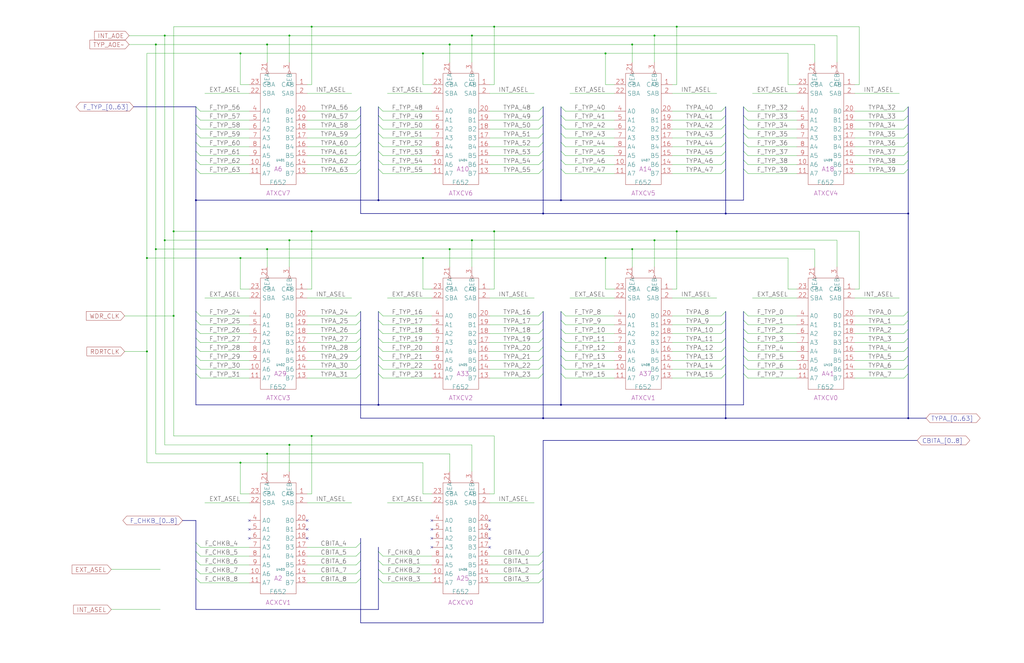
<source format=kicad_sch>
(kicad_sch (version 20220126) (generator eeschema)
  (paper "User" 584.2 378.46)
  (title_block (title "AXCVR\\nTYPE AND CHECKBITS") (date "08-MAR-90") (rev "0.0") (comment 1 "MEM32 BOARD") (comment 2 "232-003066") (comment 3 "S400") (comment 4 "RELEASED"))
  (bus (pts (xy 104.14 297.18) (xy 111.76 297.18)))
  (bus (pts (xy 111.76 114.3) (xy 111.76 177.8)))
  (bus (pts (xy 111.76 114.3) (xy 215.9 114.3)))
  (bus (pts (xy 111.76 177.8) (xy 111.76 182.88)))
  (bus (pts (xy 111.76 182.88) (xy 111.76 187.96)))
  (bus (pts (xy 111.76 187.96) (xy 111.76 193.04)))
  (bus (pts (xy 111.76 193.04) (xy 111.76 198.12)))
  (bus (pts (xy 111.76 198.12) (xy 111.76 203.2)))
  (bus (pts (xy 111.76 203.2) (xy 111.76 208.28)))
  (bus (pts (xy 111.76 208.28) (xy 111.76 213.36)))
  (bus (pts (xy 111.76 213.36) (xy 111.76 231.14)))
  (bus (pts (xy 111.76 297.18) (xy 111.76 309.88)))
  (bus (pts (xy 111.76 309.88) (xy 111.76 314.96)))
  (bus (pts (xy 111.76 314.96) (xy 111.76 320.04)))
  (bus (pts (xy 111.76 320.04) (xy 111.76 325.12)))
  (bus (pts (xy 111.76 325.12) (xy 111.76 330.2)))
  (bus (pts (xy 111.76 330.2) (xy 111.76 347.98)))
  (bus (pts (xy 111.76 347.98) (xy 215.9 347.98)))
  (bus (pts (xy 111.76 60.96) (xy 111.76 66.04)))
  (bus (pts (xy 111.76 66.04) (xy 111.76 71.12)))
  (bus (pts (xy 111.76 71.12) (xy 111.76 76.2)))
  (bus (pts (xy 111.76 76.2) (xy 111.76 81.28)))
  (bus (pts (xy 111.76 81.28) (xy 111.76 86.36)))
  (bus (pts (xy 111.76 86.36) (xy 111.76 91.44)))
  (bus (pts (xy 111.76 91.44) (xy 111.76 96.52)))
  (bus (pts (xy 111.76 96.52) (xy 111.76 114.3)))
  (bus (pts (xy 205.74 121.92) (xy 309.88 121.92)))
  (bus (pts (xy 205.74 177.8) (xy 205.74 182.88)))
  (bus (pts (xy 205.74 182.88) (xy 205.74 187.96)))
  (bus (pts (xy 205.74 187.96) (xy 205.74 193.04)))
  (bus (pts (xy 205.74 193.04) (xy 205.74 198.12)))
  (bus (pts (xy 205.74 198.12) (xy 205.74 203.2)))
  (bus (pts (xy 205.74 203.2) (xy 205.74 208.28)))
  (bus (pts (xy 205.74 208.28) (xy 205.74 213.36)))
  (bus (pts (xy 205.74 213.36) (xy 205.74 238.76)))
  (bus (pts (xy 205.74 238.76) (xy 309.88 238.76)))
  (bus (pts (xy 205.74 307.34) (xy 205.74 309.88)))
  (bus (pts (xy 205.74 309.88) (xy 205.74 314.96)))
  (bus (pts (xy 205.74 314.96) (xy 205.74 320.04)))
  (bus (pts (xy 205.74 320.04) (xy 205.74 325.12)))
  (bus (pts (xy 205.74 325.12) (xy 205.74 330.2)))
  (bus (pts (xy 205.74 330.2) (xy 205.74 355.6)))
  (bus (pts (xy 205.74 355.6) (xy 309.88 355.6)))
  (bus (pts (xy 205.74 60.96) (xy 205.74 66.04)))
  (bus (pts (xy 205.74 66.04) (xy 205.74 71.12)))
  (bus (pts (xy 205.74 71.12) (xy 205.74 76.2)))
  (bus (pts (xy 205.74 76.2) (xy 205.74 81.28)))
  (bus (pts (xy 205.74 81.28) (xy 205.74 86.36)))
  (bus (pts (xy 205.74 86.36) (xy 205.74 91.44)))
  (bus (pts (xy 205.74 91.44) (xy 205.74 96.52)))
  (bus (pts (xy 205.74 96.52) (xy 205.74 121.92)))
  (bus (pts (xy 215.9 114.3) (xy 320.04 114.3)))
  (bus (pts (xy 215.9 177.8) (xy 215.9 182.88)))
  (bus (pts (xy 215.9 182.88) (xy 215.9 187.96)))
  (bus (pts (xy 215.9 187.96) (xy 215.9 193.04)))
  (bus (pts (xy 215.9 193.04) (xy 215.9 198.12)))
  (bus (pts (xy 215.9 198.12) (xy 215.9 203.2)))
  (bus (pts (xy 215.9 203.2) (xy 215.9 208.28)))
  (bus (pts (xy 215.9 208.28) (xy 215.9 213.36)))
  (bus (pts (xy 215.9 213.36) (xy 215.9 231.14)))
  (bus (pts (xy 215.9 231.14) (xy 111.76 231.14)))
  (bus (pts (xy 215.9 312.42) (xy 215.9 314.96)))
  (bus (pts (xy 215.9 314.96) (xy 215.9 320.04)))
  (bus (pts (xy 215.9 320.04) (xy 215.9 325.12)))
  (bus (pts (xy 215.9 325.12) (xy 215.9 330.2)))
  (bus (pts (xy 215.9 330.2) (xy 215.9 347.98)))
  (bus (pts (xy 215.9 60.96) (xy 215.9 66.04)))
  (bus (pts (xy 215.9 66.04) (xy 215.9 71.12)))
  (bus (pts (xy 215.9 71.12) (xy 215.9 76.2)))
  (bus (pts (xy 215.9 76.2) (xy 215.9 81.28)))
  (bus (pts (xy 215.9 81.28) (xy 215.9 86.36)))
  (bus (pts (xy 215.9 86.36) (xy 215.9 91.44)))
  (bus (pts (xy 215.9 91.44) (xy 215.9 96.52)))
  (bus (pts (xy 215.9 96.52) (xy 215.9 114.3)))
  (bus (pts (xy 309.88 121.92) (xy 414.02 121.92)))
  (bus (pts (xy 309.88 177.8) (xy 309.88 182.88)))
  (bus (pts (xy 309.88 182.88) (xy 309.88 187.96)))
  (bus (pts (xy 309.88 187.96) (xy 309.88 193.04)))
  (bus (pts (xy 309.88 193.04) (xy 309.88 198.12)))
  (bus (pts (xy 309.88 198.12) (xy 309.88 203.2)))
  (bus (pts (xy 309.88 203.2) (xy 309.88 208.28)))
  (bus (pts (xy 309.88 208.28) (xy 309.88 213.36)))
  (bus (pts (xy 309.88 213.36) (xy 309.88 238.76)))
  (bus (pts (xy 309.88 238.76) (xy 414.02 238.76)))
  (bus (pts (xy 309.88 251.46) (xy 309.88 314.96)))
  (bus (pts (xy 309.88 251.46) (xy 523.24 251.46)))
  (bus (pts (xy 309.88 314.96) (xy 309.88 320.04)))
  (bus (pts (xy 309.88 320.04) (xy 309.88 325.12)))
  (bus (pts (xy 309.88 325.12) (xy 309.88 330.2)))
  (bus (pts (xy 309.88 330.2) (xy 309.88 355.6)))
  (bus (pts (xy 309.88 60.96) (xy 309.88 66.04)))
  (bus (pts (xy 309.88 66.04) (xy 309.88 71.12)))
  (bus (pts (xy 309.88 71.12) (xy 309.88 76.2)))
  (bus (pts (xy 309.88 76.2) (xy 309.88 81.28)))
  (bus (pts (xy 309.88 81.28) (xy 309.88 86.36)))
  (bus (pts (xy 309.88 86.36) (xy 309.88 91.44)))
  (bus (pts (xy 309.88 91.44) (xy 309.88 96.52)))
  (bus (pts (xy 309.88 96.52) (xy 309.88 121.92)))
  (bus (pts (xy 320.04 114.3) (xy 424.18 114.3)))
  (bus (pts (xy 320.04 177.8) (xy 320.04 182.88)))
  (bus (pts (xy 320.04 182.88) (xy 320.04 187.96)))
  (bus (pts (xy 320.04 187.96) (xy 320.04 193.04)))
  (bus (pts (xy 320.04 193.04) (xy 320.04 198.12)))
  (bus (pts (xy 320.04 198.12) (xy 320.04 203.2)))
  (bus (pts (xy 320.04 203.2) (xy 320.04 208.28)))
  (bus (pts (xy 320.04 208.28) (xy 320.04 213.36)))
  (bus (pts (xy 320.04 213.36) (xy 320.04 231.14)))
  (bus (pts (xy 320.04 231.14) (xy 215.9 231.14)))
  (bus (pts (xy 320.04 60.96) (xy 320.04 66.04)))
  (bus (pts (xy 320.04 66.04) (xy 320.04 71.12)))
  (bus (pts (xy 320.04 71.12) (xy 320.04 76.2)))
  (bus (pts (xy 320.04 76.2) (xy 320.04 81.28)))
  (bus (pts (xy 320.04 81.28) (xy 320.04 86.36)))
  (bus (pts (xy 320.04 86.36) (xy 320.04 91.44)))
  (bus (pts (xy 320.04 91.44) (xy 320.04 96.52)))
  (bus (pts (xy 320.04 96.52) (xy 320.04 114.3)))
  (bus (pts (xy 414.02 121.92) (xy 518.16 121.92)))
  (bus (pts (xy 414.02 177.8) (xy 414.02 182.88)))
  (bus (pts (xy 414.02 182.88) (xy 414.02 187.96)))
  (bus (pts (xy 414.02 187.96) (xy 414.02 193.04)))
  (bus (pts (xy 414.02 193.04) (xy 414.02 198.12)))
  (bus (pts (xy 414.02 198.12) (xy 414.02 203.2)))
  (bus (pts (xy 414.02 203.2) (xy 414.02 208.28)))
  (bus (pts (xy 414.02 208.28) (xy 414.02 213.36)))
  (bus (pts (xy 414.02 213.36) (xy 414.02 238.76)))
  (bus (pts (xy 414.02 238.76) (xy 518.16 238.76)))
  (bus (pts (xy 414.02 60.96) (xy 414.02 66.04)))
  (bus (pts (xy 414.02 66.04) (xy 414.02 71.12)))
  (bus (pts (xy 414.02 71.12) (xy 414.02 76.2)))
  (bus (pts (xy 414.02 76.2) (xy 414.02 81.28)))
  (bus (pts (xy 414.02 81.28) (xy 414.02 86.36)))
  (bus (pts (xy 414.02 86.36) (xy 414.02 91.44)))
  (bus (pts (xy 414.02 91.44) (xy 414.02 96.52)))
  (bus (pts (xy 414.02 96.52) (xy 414.02 121.92)))
  (bus (pts (xy 424.18 177.8) (xy 424.18 182.88)))
  (bus (pts (xy 424.18 182.88) (xy 424.18 187.96)))
  (bus (pts (xy 424.18 187.96) (xy 424.18 193.04)))
  (bus (pts (xy 424.18 193.04) (xy 424.18 198.12)))
  (bus (pts (xy 424.18 198.12) (xy 424.18 203.2)))
  (bus (pts (xy 424.18 203.2) (xy 424.18 208.28)))
  (bus (pts (xy 424.18 208.28) (xy 424.18 213.36)))
  (bus (pts (xy 424.18 213.36) (xy 424.18 231.14)))
  (bus (pts (xy 424.18 231.14) (xy 320.04 231.14)))
  (bus (pts (xy 424.18 60.96) (xy 424.18 66.04)))
  (bus (pts (xy 424.18 66.04) (xy 424.18 71.12)))
  (bus (pts (xy 424.18 71.12) (xy 424.18 76.2)))
  (bus (pts (xy 424.18 76.2) (xy 424.18 81.28)))
  (bus (pts (xy 424.18 81.28) (xy 424.18 86.36)))
  (bus (pts (xy 424.18 86.36) (xy 424.18 91.44)))
  (bus (pts (xy 424.18 91.44) (xy 424.18 96.52)))
  (bus (pts (xy 424.18 96.52) (xy 424.18 114.3)))
  (bus (pts (xy 518.16 121.92) (xy 518.16 177.8)))
  (bus (pts (xy 518.16 177.8) (xy 518.16 182.88)))
  (bus (pts (xy 518.16 182.88) (xy 518.16 187.96)))
  (bus (pts (xy 518.16 187.96) (xy 518.16 193.04)))
  (bus (pts (xy 518.16 193.04) (xy 518.16 198.12)))
  (bus (pts (xy 518.16 198.12) (xy 518.16 203.2)))
  (bus (pts (xy 518.16 203.2) (xy 518.16 208.28)))
  (bus (pts (xy 518.16 208.28) (xy 518.16 213.36)))
  (bus (pts (xy 518.16 213.36) (xy 518.16 238.76)))
  (bus (pts (xy 518.16 238.76) (xy 528.32 238.76)))
  (bus (pts (xy 518.16 60.96) (xy 518.16 66.04)))
  (bus (pts (xy 518.16 66.04) (xy 518.16 71.12)))
  (bus (pts (xy 518.16 71.12) (xy 518.16 76.2)))
  (bus (pts (xy 518.16 76.2) (xy 518.16 81.28)))
  (bus (pts (xy 518.16 81.28) (xy 518.16 86.36)))
  (bus (pts (xy 518.16 86.36) (xy 518.16 91.44)))
  (bus (pts (xy 518.16 91.44) (xy 518.16 96.52)))
  (bus (pts (xy 518.16 96.52) (xy 518.16 121.92)))
  (bus (pts (xy 76.2 60.96) (xy 111.76 60.96)))
  (wire (pts (xy 114.3 180.34) (xy 142.24 180.34)))
  (wire (pts (xy 114.3 185.42) (xy 142.24 185.42)))
  (wire (pts (xy 114.3 190.5) (xy 142.24 190.5)))
  (wire (pts (xy 114.3 195.58) (xy 142.24 195.58)))
  (wire (pts (xy 114.3 200.66) (xy 142.24 200.66)))
  (wire (pts (xy 114.3 205.74) (xy 142.24 205.74)))
  (wire (pts (xy 114.3 210.82) (xy 142.24 210.82)))
  (wire (pts (xy 114.3 215.9) (xy 142.24 215.9)))
  (wire (pts (xy 114.3 312.42) (xy 142.24 312.42)))
  (wire (pts (xy 114.3 317.5) (xy 142.24 317.5)))
  (wire (pts (xy 114.3 322.58) (xy 142.24 322.58)))
  (wire (pts (xy 114.3 327.66) (xy 142.24 327.66)))
  (wire (pts (xy 114.3 332.74) (xy 142.24 332.74)))
  (wire (pts (xy 114.3 63.5) (xy 142.24 63.5)))
  (wire (pts (xy 114.3 68.58) (xy 142.24 68.58)))
  (wire (pts (xy 114.3 73.66) (xy 142.24 73.66)))
  (wire (pts (xy 114.3 78.74) (xy 142.24 78.74)))
  (wire (pts (xy 114.3 83.82) (xy 142.24 83.82)))
  (wire (pts (xy 114.3 88.9) (xy 142.24 88.9)))
  (wire (pts (xy 114.3 93.98) (xy 142.24 93.98)))
  (wire (pts (xy 114.3 99.06) (xy 142.24 99.06)))
  (wire (pts (xy 116.84 170.18) (xy 142.24 170.18)))
  (wire (pts (xy 116.84 287.02) (xy 142.24 287.02)))
  (wire (pts (xy 116.84 53.34) (xy 142.24 53.34)))
  (wire (pts (xy 137.16 147.32) (xy 137.16 165.1)))
  (wire (pts (xy 137.16 147.32) (xy 241.3 147.32)))
  (wire (pts (xy 137.16 264.16) (xy 137.16 281.94)))
  (wire (pts (xy 137.16 264.16) (xy 241.3 264.16)))
  (wire (pts (xy 137.16 30.48) (xy 137.16 48.26)))
  (wire (pts (xy 137.16 30.48) (xy 83.82 30.48)))
  (wire (pts (xy 142.24 165.1) (xy 137.16 165.1)))
  (wire (pts (xy 142.24 281.94) (xy 137.16 281.94)))
  (wire (pts (xy 142.24 48.26) (xy 137.16 48.26)))
  (wire (pts (xy 152.4 142.24) (xy 152.4 152.4)))
  (wire (pts (xy 152.4 142.24) (xy 256.54 142.24)))
  (wire (pts (xy 152.4 25.4) (xy 152.4 35.56)))
  (wire (pts (xy 152.4 25.4) (xy 256.54 25.4)))
  (wire (pts (xy 152.4 259.08) (xy 152.4 269.24)))
  (wire (pts (xy 152.4 259.08) (xy 88.9 259.08)))
  (wire (pts (xy 165.1 137.16) (xy 165.1 152.4)))
  (wire (pts (xy 165.1 137.16) (xy 269.24 137.16)))
  (wire (pts (xy 165.1 20.32) (xy 165.1 35.56)))
  (wire (pts (xy 165.1 20.32) (xy 93.98 20.32)))
  (wire (pts (xy 165.1 254) (xy 165.1 269.24)))
  (wire (pts (xy 165.1 254) (xy 269.24 254)))
  (wire (pts (xy 175.26 165.1) (xy 177.8 165.1)))
  (wire (pts (xy 175.26 170.18) (xy 200.66 170.18)))
  (wire (pts (xy 175.26 180.34) (xy 203.2 180.34)))
  (wire (pts (xy 175.26 185.42) (xy 203.2 185.42)))
  (wire (pts (xy 175.26 190.5) (xy 203.2 190.5)))
  (wire (pts (xy 175.26 195.58) (xy 203.2 195.58)))
  (wire (pts (xy 175.26 200.66) (xy 203.2 200.66)))
  (wire (pts (xy 175.26 205.74) (xy 203.2 205.74)))
  (wire (pts (xy 175.26 210.82) (xy 203.2 210.82)))
  (wire (pts (xy 175.26 215.9) (xy 203.2 215.9)))
  (wire (pts (xy 175.26 281.94) (xy 177.8 281.94)))
  (wire (pts (xy 175.26 287.02) (xy 200.66 287.02)))
  (wire (pts (xy 175.26 312.42) (xy 203.2 312.42)))
  (wire (pts (xy 175.26 317.5) (xy 203.2 317.5)))
  (wire (pts (xy 175.26 322.58) (xy 203.2 322.58)))
  (wire (pts (xy 175.26 327.66) (xy 203.2 327.66)))
  (wire (pts (xy 175.26 332.74) (xy 203.2 332.74)))
  (wire (pts (xy 175.26 48.26) (xy 177.8 48.26)))
  (wire (pts (xy 175.26 53.34) (xy 200.66 53.34)))
  (wire (pts (xy 175.26 63.5) (xy 203.2 63.5)))
  (wire (pts (xy 175.26 68.58) (xy 203.2 68.58)))
  (wire (pts (xy 175.26 73.66) (xy 203.2 73.66)))
  (wire (pts (xy 175.26 78.74) (xy 203.2 78.74)))
  (wire (pts (xy 175.26 83.82) (xy 203.2 83.82)))
  (wire (pts (xy 175.26 88.9) (xy 203.2 88.9)))
  (wire (pts (xy 175.26 93.98) (xy 203.2 93.98)))
  (wire (pts (xy 175.26 99.06) (xy 203.2 99.06)))
  (wire (pts (xy 177.8 132.08) (xy 177.8 165.1)))
  (wire (pts (xy 177.8 132.08) (xy 281.94 132.08)))
  (wire (pts (xy 177.8 15.24) (xy 177.8 48.26)))
  (wire (pts (xy 177.8 15.24) (xy 281.94 15.24)))
  (wire (pts (xy 177.8 248.92) (xy 177.8 281.94)))
  (wire (pts (xy 177.8 248.92) (xy 99.06 248.92)))
  (wire (pts (xy 218.44 180.34) (xy 246.38 180.34)))
  (wire (pts (xy 218.44 185.42) (xy 246.38 185.42)))
  (wire (pts (xy 218.44 190.5) (xy 246.38 190.5)))
  (wire (pts (xy 218.44 195.58) (xy 246.38 195.58)))
  (wire (pts (xy 218.44 200.66) (xy 246.38 200.66)))
  (wire (pts (xy 218.44 205.74) (xy 246.38 205.74)))
  (wire (pts (xy 218.44 210.82) (xy 246.38 210.82)))
  (wire (pts (xy 218.44 215.9) (xy 246.38 215.9)))
  (wire (pts (xy 218.44 317.5) (xy 246.38 317.5)))
  (wire (pts (xy 218.44 322.58) (xy 246.38 322.58)))
  (wire (pts (xy 218.44 327.66) (xy 246.38 327.66)))
  (wire (pts (xy 218.44 332.74) (xy 246.38 332.74)))
  (wire (pts (xy 218.44 63.5) (xy 246.38 63.5)))
  (wire (pts (xy 218.44 68.58) (xy 246.38 68.58)))
  (wire (pts (xy 218.44 73.66) (xy 246.38 73.66)))
  (wire (pts (xy 218.44 78.74) (xy 246.38 78.74)))
  (wire (pts (xy 218.44 83.82) (xy 246.38 83.82)))
  (wire (pts (xy 218.44 88.9) (xy 246.38 88.9)))
  (wire (pts (xy 218.44 93.98) (xy 246.38 93.98)))
  (wire (pts (xy 218.44 99.06) (xy 246.38 99.06)))
  (wire (pts (xy 220.98 170.18) (xy 246.38 170.18)))
  (wire (pts (xy 220.98 287.02) (xy 246.38 287.02)))
  (wire (pts (xy 220.98 53.34) (xy 246.38 53.34)))
  (wire (pts (xy 241.3 147.32) (xy 241.3 165.1)))
  (wire (pts (xy 241.3 147.32) (xy 345.44 147.32)))
  (wire (pts (xy 241.3 264.16) (xy 241.3 281.94)))
  (wire (pts (xy 241.3 30.48) (xy 137.16 30.48)))
  (wire (pts (xy 241.3 30.48) (xy 241.3 48.26)))
  (wire (pts (xy 246.38 165.1) (xy 241.3 165.1)))
  (wire (pts (xy 246.38 281.94) (xy 241.3 281.94)))
  (wire (pts (xy 246.38 48.26) (xy 241.3 48.26)))
  (wire (pts (xy 256.54 142.24) (xy 256.54 152.4)))
  (wire (pts (xy 256.54 142.24) (xy 360.68 142.24)))
  (wire (pts (xy 256.54 25.4) (xy 256.54 35.56)))
  (wire (pts (xy 256.54 25.4) (xy 360.68 25.4)))
  (wire (pts (xy 256.54 259.08) (xy 152.4 259.08)))
  (wire (pts (xy 256.54 259.08) (xy 256.54 269.24)))
  (wire (pts (xy 269.24 137.16) (xy 269.24 152.4)))
  (wire (pts (xy 269.24 137.16) (xy 373.38 137.16)))
  (wire (pts (xy 269.24 20.32) (xy 165.1 20.32)))
  (wire (pts (xy 269.24 20.32) (xy 269.24 35.56)))
  (wire (pts (xy 269.24 254) (xy 269.24 269.24)))
  (wire (pts (xy 279.4 165.1) (xy 281.94 165.1)))
  (wire (pts (xy 279.4 170.18) (xy 304.8 170.18)))
  (wire (pts (xy 279.4 180.34) (xy 307.34 180.34)))
  (wire (pts (xy 279.4 185.42) (xy 307.34 185.42)))
  (wire (pts (xy 279.4 190.5) (xy 307.34 190.5)))
  (wire (pts (xy 279.4 195.58) (xy 307.34 195.58)))
  (wire (pts (xy 279.4 200.66) (xy 307.34 200.66)))
  (wire (pts (xy 279.4 205.74) (xy 307.34 205.74)))
  (wire (pts (xy 279.4 210.82) (xy 307.34 210.82)))
  (wire (pts (xy 279.4 215.9) (xy 307.34 215.9)))
  (wire (pts (xy 279.4 281.94) (xy 281.94 281.94)))
  (wire (pts (xy 279.4 287.02) (xy 304.8 287.02)))
  (wire (pts (xy 279.4 317.5) (xy 307.34 317.5)))
  (wire (pts (xy 279.4 322.58) (xy 307.34 322.58)))
  (wire (pts (xy 279.4 327.66) (xy 307.34 327.66)))
  (wire (pts (xy 279.4 332.74) (xy 307.34 332.74)))
  (wire (pts (xy 279.4 48.26) (xy 281.94 48.26)))
  (wire (pts (xy 279.4 53.34) (xy 304.8 53.34)))
  (wire (pts (xy 279.4 63.5) (xy 307.34 63.5)))
  (wire (pts (xy 279.4 68.58) (xy 307.34 68.58)))
  (wire (pts (xy 279.4 73.66) (xy 307.34 73.66)))
  (wire (pts (xy 279.4 78.74) (xy 307.34 78.74)))
  (wire (pts (xy 279.4 83.82) (xy 307.34 83.82)))
  (wire (pts (xy 279.4 88.9) (xy 307.34 88.9)))
  (wire (pts (xy 279.4 93.98) (xy 307.34 93.98)))
  (wire (pts (xy 279.4 99.06) (xy 307.34 99.06)))
  (wire (pts (xy 281.94 132.08) (xy 281.94 165.1)))
  (wire (pts (xy 281.94 132.08) (xy 386.08 132.08)))
  (wire (pts (xy 281.94 15.24) (xy 281.94 48.26)))
  (wire (pts (xy 281.94 15.24) (xy 386.08 15.24)))
  (wire (pts (xy 281.94 248.92) (xy 177.8 248.92)))
  (wire (pts (xy 281.94 248.92) (xy 281.94 281.94)))
  (wire (pts (xy 322.58 180.34) (xy 350.52 180.34)))
  (wire (pts (xy 322.58 185.42) (xy 350.52 185.42)))
  (wire (pts (xy 322.58 190.5) (xy 350.52 190.5)))
  (wire (pts (xy 322.58 195.58) (xy 350.52 195.58)))
  (wire (pts (xy 322.58 200.66) (xy 350.52 200.66)))
  (wire (pts (xy 322.58 205.74) (xy 350.52 205.74)))
  (wire (pts (xy 322.58 210.82) (xy 350.52 210.82)))
  (wire (pts (xy 322.58 215.9) (xy 350.52 215.9)))
  (wire (pts (xy 322.58 63.5) (xy 350.52 63.5)))
  (wire (pts (xy 322.58 68.58) (xy 350.52 68.58)))
  (wire (pts (xy 322.58 73.66) (xy 350.52 73.66)))
  (wire (pts (xy 322.58 78.74) (xy 350.52 78.74)))
  (wire (pts (xy 322.58 83.82) (xy 350.52 83.82)))
  (wire (pts (xy 322.58 88.9) (xy 350.52 88.9)))
  (wire (pts (xy 322.58 93.98) (xy 350.52 93.98)))
  (wire (pts (xy 322.58 99.06) (xy 350.52 99.06)))
  (wire (pts (xy 325.12 170.18) (xy 350.52 170.18)))
  (wire (pts (xy 325.12 53.34) (xy 350.52 53.34)))
  (wire (pts (xy 345.44 147.32) (xy 345.44 165.1)))
  (wire (pts (xy 345.44 147.32) (xy 449.58 147.32)))
  (wire (pts (xy 345.44 30.48) (xy 241.3 30.48)))
  (wire (pts (xy 345.44 30.48) (xy 345.44 48.26)))
  (wire (pts (xy 350.52 165.1) (xy 345.44 165.1)))
  (wire (pts (xy 350.52 48.26) (xy 345.44 48.26)))
  (wire (pts (xy 360.68 142.24) (xy 360.68 152.4)))
  (wire (pts (xy 360.68 142.24) (xy 464.82 142.24)))
  (wire (pts (xy 360.68 25.4) (xy 360.68 35.56)))
  (wire (pts (xy 360.68 25.4) (xy 464.82 25.4)))
  (wire (pts (xy 373.38 137.16) (xy 373.38 152.4)))
  (wire (pts (xy 373.38 137.16) (xy 477.52 137.16)))
  (wire (pts (xy 373.38 20.32) (xy 269.24 20.32)))
  (wire (pts (xy 373.38 20.32) (xy 373.38 35.56)))
  (wire (pts (xy 383.54 165.1) (xy 386.08 165.1)))
  (wire (pts (xy 383.54 170.18) (xy 408.94 170.18)))
  (wire (pts (xy 383.54 180.34) (xy 411.48 180.34)))
  (wire (pts (xy 383.54 185.42) (xy 411.48 185.42)))
  (wire (pts (xy 383.54 190.5) (xy 411.48 190.5)))
  (wire (pts (xy 383.54 195.58) (xy 411.48 195.58)))
  (wire (pts (xy 383.54 200.66) (xy 411.48 200.66)))
  (wire (pts (xy 383.54 205.74) (xy 411.48 205.74)))
  (wire (pts (xy 383.54 210.82) (xy 411.48 210.82)))
  (wire (pts (xy 383.54 215.9) (xy 411.48 215.9)))
  (wire (pts (xy 383.54 48.26) (xy 386.08 48.26)))
  (wire (pts (xy 383.54 53.34) (xy 408.94 53.34)))
  (wire (pts (xy 383.54 63.5) (xy 411.48 63.5)))
  (wire (pts (xy 383.54 68.58) (xy 411.48 68.58)))
  (wire (pts (xy 383.54 73.66) (xy 411.48 73.66)))
  (wire (pts (xy 383.54 78.74) (xy 411.48 78.74)))
  (wire (pts (xy 383.54 83.82) (xy 411.48 83.82)))
  (wire (pts (xy 383.54 88.9) (xy 411.48 88.9)))
  (wire (pts (xy 383.54 93.98) (xy 411.48 93.98)))
  (wire (pts (xy 383.54 99.06) (xy 411.48 99.06)))
  (wire (pts (xy 386.08 132.08) (xy 386.08 165.1)))
  (wire (pts (xy 386.08 132.08) (xy 490.22 132.08)))
  (wire (pts (xy 386.08 15.24) (xy 386.08 48.26)))
  (wire (pts (xy 386.08 15.24) (xy 490.22 15.24)))
  (wire (pts (xy 426.72 180.34) (xy 454.66 180.34)))
  (wire (pts (xy 426.72 185.42) (xy 454.66 185.42)))
  (wire (pts (xy 426.72 190.5) (xy 454.66 190.5)))
  (wire (pts (xy 426.72 195.58) (xy 454.66 195.58)))
  (wire (pts (xy 426.72 200.66) (xy 454.66 200.66)))
  (wire (pts (xy 426.72 205.74) (xy 454.66 205.74)))
  (wire (pts (xy 426.72 210.82) (xy 454.66 210.82)))
  (wire (pts (xy 426.72 215.9) (xy 454.66 215.9)))
  (wire (pts (xy 426.72 63.5) (xy 454.66 63.5)))
  (wire (pts (xy 426.72 68.58) (xy 454.66 68.58)))
  (wire (pts (xy 426.72 73.66) (xy 454.66 73.66)))
  (wire (pts (xy 426.72 78.74) (xy 454.66 78.74)))
  (wire (pts (xy 426.72 83.82) (xy 454.66 83.82)))
  (wire (pts (xy 426.72 88.9) (xy 454.66 88.9)))
  (wire (pts (xy 426.72 93.98) (xy 454.66 93.98)))
  (wire (pts (xy 426.72 99.06) (xy 454.66 99.06)))
  (wire (pts (xy 429.26 170.18) (xy 454.66 170.18)))
  (wire (pts (xy 429.26 53.34) (xy 454.66 53.34)))
  (wire (pts (xy 449.58 147.32) (xy 449.58 165.1)))
  (wire (pts (xy 449.58 30.48) (xy 345.44 30.48)))
  (wire (pts (xy 449.58 30.48) (xy 449.58 48.26)))
  (wire (pts (xy 454.66 165.1) (xy 449.58 165.1)))
  (wire (pts (xy 454.66 48.26) (xy 449.58 48.26)))
  (wire (pts (xy 464.82 142.24) (xy 464.82 152.4)))
  (wire (pts (xy 464.82 25.4) (xy 464.82 35.56)))
  (wire (pts (xy 477.52 137.16) (xy 477.52 152.4)))
  (wire (pts (xy 477.52 20.32) (xy 373.38 20.32)))
  (wire (pts (xy 477.52 20.32) (xy 477.52 35.56)))
  (wire (pts (xy 487.68 165.1) (xy 490.22 165.1)))
  (wire (pts (xy 487.68 170.18) (xy 513.08 170.18)))
  (wire (pts (xy 487.68 180.34) (xy 515.62 180.34)))
  (wire (pts (xy 487.68 185.42) (xy 515.62 185.42)))
  (wire (pts (xy 487.68 190.5) (xy 515.62 190.5)))
  (wire (pts (xy 487.68 195.58) (xy 515.62 195.58)))
  (wire (pts (xy 487.68 200.66) (xy 515.62 200.66)))
  (wire (pts (xy 487.68 205.74) (xy 515.62 205.74)))
  (wire (pts (xy 487.68 210.82) (xy 515.62 210.82)))
  (wire (pts (xy 487.68 215.9) (xy 515.62 215.9)))
  (wire (pts (xy 487.68 48.26) (xy 490.22 48.26)))
  (wire (pts (xy 487.68 53.34) (xy 513.08 53.34)))
  (wire (pts (xy 487.68 63.5) (xy 515.62 63.5)))
  (wire (pts (xy 487.68 68.58) (xy 515.62 68.58)))
  (wire (pts (xy 487.68 73.66) (xy 515.62 73.66)))
  (wire (pts (xy 487.68 78.74) (xy 515.62 78.74)))
  (wire (pts (xy 487.68 83.82) (xy 515.62 83.82)))
  (wire (pts (xy 487.68 88.9) (xy 515.62 88.9)))
  (wire (pts (xy 487.68 93.98) (xy 515.62 93.98)))
  (wire (pts (xy 487.68 99.06) (xy 515.62 99.06)))
  (wire (pts (xy 490.22 132.08) (xy 490.22 165.1)))
  (wire (pts (xy 490.22 15.24) (xy 490.22 48.26)))
  (wire (pts (xy 63.5 325.12) (xy 91.44 325.12)))
  (wire (pts (xy 63.5 347.98) (xy 91.44 347.98)))
  (wire (pts (xy 71.12 180.34) (xy 99.06 180.34)))
  (wire (pts (xy 71.12 200.66) (xy 83.82 200.66)))
  (wire (pts (xy 73.66 20.32) (xy 93.98 20.32)))
  (wire (pts (xy 73.66 25.4) (xy 88.9 25.4)))
  (wire (pts (xy 83.82 147.32) (xy 137.16 147.32)))
  (wire (pts (xy 83.82 147.32) (xy 83.82 200.66)))
  (wire (pts (xy 83.82 200.66) (xy 83.82 264.16)))
  (wire (pts (xy 83.82 264.16) (xy 137.16 264.16)))
  (wire (pts (xy 83.82 30.48) (xy 83.82 147.32)))
  (wire (pts (xy 88.9 142.24) (xy 152.4 142.24)))
  (wire (pts (xy 88.9 142.24) (xy 88.9 25.4)))
  (wire (pts (xy 88.9 25.4) (xy 152.4 25.4)))
  (wire (pts (xy 88.9 259.08) (xy 88.9 142.24)))
  (wire (pts (xy 93.98 137.16) (xy 165.1 137.16)))
  (wire (pts (xy 93.98 137.16) (xy 93.98 254)))
  (wire (pts (xy 93.98 20.32) (xy 93.98 137.16)))
  (wire (pts (xy 93.98 254) (xy 165.1 254)))
  (wire (pts (xy 99.06 132.08) (xy 177.8 132.08)))
  (wire (pts (xy 99.06 132.08) (xy 99.06 15.24)))
  (wire (pts (xy 99.06 15.24) (xy 177.8 15.24)))
  (wire (pts (xy 99.06 180.34) (xy 99.06 132.08)))
  (wire (pts (xy 99.06 248.92) (xy 99.06 180.34)))
  (global_label "EXT_ASEL" (shape input) (at 63.5 325.12 180) (effects (font (size 2.54 2.54))) (property "Intersheet References" "${INTERSHEET_REFS}" (at 41.1359 324.9613 0) (effects (font (size 2.54 2.54)) (justify right))))
  (global_label "INT_ASEL" (shape input) (at 63.5 347.98 180) (effects (font (size 2.54 2.54))) (property "Intersheet References" "${INTERSHEET_REFS}" (at 41.9826 347.8213 0) (effects (font (size 2.54 2.54)) (justify right))))
  (global_label "WDR_CLK" (shape input) (at 71.12 180.34 180) (effects (font (size 2.54 2.54))) (property "Intersheet References" "${INTERSHEET_REFS}" (at 47.0626 180.1813 0) (effects (font (size 2.54 2.54)) (justify right))))
  (global_label "RDRTCLK" (shape input) (at 71.12 200.66 180) (effects (font (size 2.54 2.54))) (property "Intersheet References" "${INTERSHEET_REFS}" (at 47.4254 200.5013 0) (effects (font (size 2.54 2.54)) (justify right))))
  (global_label "INT_AOE" (shape input) (at 73.66 20.32 180) (effects (font (size 2.54 2.54))) (property "Intersheet References" "${INTERSHEET_REFS}" (at 53.9569 20.1613 0) (effects (font (size 2.54 2.54)) (justify right))))
  (global_label "TYP_AOE~" (shape input) (at 73.66 25.4 180) (effects (font (size 2.54 2.54))) (property "Intersheet References" "${INTERSHEET_REFS}" (at 51.2959 25.2413 0) (effects (font (size 2.54 2.54)) (justify right))))
  (global_label "F_TYP_[0..63]" (shape bidirectional) (at 76.2 60.96 180) (effects (font (size 2.54 2.54))) (property "Intersheet References" "${INTERSHEET_REFS}" (at 45.6111 60.8013 0) (effects (font (size 2.54 2.54)) (justify right))))
  (junction (at 83.82 147.32))
  (junction (at 83.82 200.66))
  (junction (at 88.9 25.4))
  (junction (at 88.9 142.24))
  (junction (at 93.98 20.32))
  (junction (at 93.98 137.16))
  (junction (at 99.06 132.08))
  (junction (at 99.06 180.34))
  (global_label "F_CHKB_[0..8]" (shape bidirectional) (at 104.14 297.18 180) (effects (font (size 2.54 2.54))) (property "Intersheet References" "${INTERSHEET_REFS}" (at 72.3416 297.0213 0) (effects (font (size 2.54 2.54)) (justify right))))
  (bus_entry (at 111.76 60.96) (size 2.54 2.54))
  (bus_entry (at 111.76 66.04) (size 2.54 2.54))
  (bus_entry (at 111.76 71.12) (size 2.54 2.54))
  (bus_entry (at 111.76 76.2) (size 2.54 2.54))
  (bus_entry (at 111.76 81.28) (size 2.54 2.54))
  (bus_entry (at 111.76 86.36) (size 2.54 2.54))
  (bus_entry (at 111.76 91.44) (size 2.54 2.54))
  (bus_entry (at 111.76 96.52) (size 2.54 2.54))
  (junction (at 111.76 114.3))
  (bus_entry (at 111.76 177.8) (size 2.54 2.54))
  (bus_entry (at 111.76 182.88) (size 2.54 2.54))
  (bus_entry (at 111.76 187.96) (size 2.54 2.54))
  (bus_entry (at 111.76 193.04) (size 2.54 2.54))
  (bus_entry (at 111.76 198.12) (size 2.54 2.54))
  (bus_entry (at 111.76 203.2) (size 2.54 2.54))
  (bus_entry (at 111.76 208.28) (size 2.54 2.54))
  (bus_entry (at 111.76 213.36) (size 2.54 2.54))
  (bus_entry (at 111.76 309.88) (size 2.54 2.54))
  (bus_entry (at 111.76 314.96) (size 2.54 2.54))
  (bus_entry (at 111.76 320.04) (size 2.54 2.54))
  (bus_entry (at 111.76 325.12) (size 2.54 2.54))
  (bus_entry (at 111.76 330.2) (size 2.54 2.54))
  (label "F_CHKB_4" (at 116.84 312.42 0) (effects (font (size 2.54 2.54))))
  (label "F_CHKB_5" (at 116.84 317.5 0) (effects (font (size 2.54 2.54))))
  (label "F_CHKB_6" (at 116.84 322.58 0) (effects (font (size 2.54 2.54))))
  (label "F_CHKB_7" (at 116.84 327.66 0) (effects (font (size 2.54 2.54))))
  (label "F_CHKB_8" (at 116.84 332.74 0) (effects (font (size 2.54 2.54))))
  (label "EXT_ASEL" (at 119.38 53.34 0) (effects (font (size 2.54 2.54))))
  (label "F_TYP_56" (at 119.38 63.5 0) (effects (font (size 2.54 2.54))))
  (label "F_TYP_57" (at 119.38 68.58 0) (effects (font (size 2.54 2.54))))
  (label "F_TYP_58" (at 119.38 73.66 0) (effects (font (size 2.54 2.54))))
  (label "F_TYP_59" (at 119.38 78.74 0) (effects (font (size 2.54 2.54))))
  (label "F_TYP_60" (at 119.38 83.82 0) (effects (font (size 2.54 2.54))))
  (label "F_TYP_61" (at 119.38 88.9 0) (effects (font (size 2.54 2.54))))
  (label "F_TYP_62" (at 119.38 93.98 0) (effects (font (size 2.54 2.54))))
  (label "F_TYP_63" (at 119.38 99.06 0) (effects (font (size 2.54 2.54))))
  (label "EXT_ASEL" (at 119.38 170.18 0) (effects (font (size 2.54 2.54))))
  (label "F_TYP_24" (at 119.38 180.34 0) (effects (font (size 2.54 2.54))))
  (label "F_TYP_25" (at 119.38 185.42 0) (effects (font (size 2.54 2.54))))
  (label "F_TYP_26" (at 119.38 190.5 0) (effects (font (size 2.54 2.54))))
  (label "F_TYP_27" (at 119.38 195.58 0) (effects (font (size 2.54 2.54))))
  (label "F_TYP_28" (at 119.38 200.66 0) (effects (font (size 2.54 2.54))))
  (label "F_TYP_29" (at 119.38 205.74 0) (effects (font (size 2.54 2.54))))
  (label "F_TYP_30" (at 119.38 210.82 0) (effects (font (size 2.54 2.54))))
  (label "F_TYP_31" (at 119.38 215.9 0) (effects (font (size 2.54 2.54))))
  (label "EXT_ASEL" (at 119.38 287.02 0) (effects (font (size 2.54 2.54))))
  (junction (at 137.16 30.48))
  (junction (at 137.16 147.32))
  (junction (at 137.16 264.16))
  (no_connect (at 142.24 297.18))
  (no_connect (at 142.24 302.26))
  (no_connect (at 142.24 307.34))
  (junction (at 152.4 25.4))
  (junction (at 152.4 142.24))
  (junction (at 152.4 259.08))
  (symbol (lib_id "r1000:F652") (at 157.48 96.52 0) (unit 1)
    (property "Reference" "U401" (at 160.02 91.44 0))
    (property "Value" "F652" (at 153.67 104.14 0) (effects (font (size 2.54 2.54)) (justify left)))
    (property "Location" "A6" (at 156.21 96.52 0) (effects (font (size 2.54 2.54)) (justify left)))
    (property "Name" "ATXCV7" (at 158.75 111.76 0) (effects (font (size 2.54 2.54)) (justify bottom)))
  )
  (symbol (lib_id "r1000:F652") (at 157.48 213.36 0) (unit 1)
    (property "Reference" "U402" (at 160.02 208.28 0))
    (property "Value" "F652" (at 153.67 220.98 0) (effects (font (size 2.54 2.54)) (justify left)))
    (property "Location" "A29" (at 156.21 213.36 0) (effects (font (size 2.54 2.54)) (justify left)))
    (property "Name" "ATXCV3" (at 158.75 228.6 0) (effects (font (size 2.54 2.54)) (justify bottom)))
  )
  (symbol (lib_id "r1000:F652") (at 157.48 330.2 0) (unit 1)
    (property "Reference" "U403" (at 160.02 325.12 0))
    (property "Value" "F652" (at 153.67 337.82 0) (effects (font (size 2.54 2.54)) (justify left)))
    (property "Location" "A2" (at 156.21 330.2 0) (effects (font (size 2.54 2.54)) (justify left)))
    (property "Name" "ACXCV1" (at 158.75 345.44 0) (effects (font (size 2.54 2.54)) (justify bottom)))
  )
  (junction (at 165.1 20.32))
  (junction (at 165.1 137.16))
  (junction (at 165.1 254))
  (no_connect (at 175.26 297.18))
  (no_connect (at 175.26 302.26))
  (no_connect (at 175.26 307.34))
  (junction (at 177.8 15.24))
  (junction (at 177.8 132.08))
  (junction (at 177.8 248.92))
  (label "INT_ASEL" (at 180.34 53.34 0) (effects (font (size 2.54 2.54))))
  (label "INT_ASEL" (at 180.34 170.18 0) (effects (font (size 2.54 2.54))))
  (label "INT_ASEL" (at 180.34 287.02 0) (effects (font (size 2.54 2.54))))
  (label "TYPA_56" (at 182.88 63.5 0) (effects (font (size 2.54 2.54))))
  (label "TYPA_57" (at 182.88 68.58 0) (effects (font (size 2.54 2.54))))
  (label "TYPA_58" (at 182.88 73.66 0) (effects (font (size 2.54 2.54))))
  (label "TYPA_59" (at 182.88 78.74 0) (effects (font (size 2.54 2.54))))
  (label "TYPA_60" (at 182.88 83.82 0) (effects (font (size 2.54 2.54))))
  (label "TYPA_61" (at 182.88 88.9 0) (effects (font (size 2.54 2.54))))
  (label "TYPA_62" (at 182.88 93.98 0) (effects (font (size 2.54 2.54))))
  (label "TYPA_63" (at 182.88 99.06 0) (effects (font (size 2.54 2.54))))
  (label "TYPA_24" (at 182.88 180.34 0) (effects (font (size 2.54 2.54))))
  (label "TYPA_25" (at 182.88 185.42 0) (effects (font (size 2.54 2.54))))
  (label "TYPA_26" (at 182.88 190.5 0) (effects (font (size 2.54 2.54))))
  (label "TYPA_27" (at 182.88 195.58 0) (effects (font (size 2.54 2.54))))
  (label "TYPA_28" (at 182.88 200.66 0) (effects (font (size 2.54 2.54))))
  (label "TYPA_29" (at 182.88 205.74 0) (effects (font (size 2.54 2.54))))
  (label "TYPA_30" (at 182.88 210.82 0) (effects (font (size 2.54 2.54))))
  (label "TYPA_31" (at 182.88 215.9 0) (effects (font (size 2.54 2.54))))
  (label "CBITA_4" (at 182.88 312.42 0) (effects (font (size 2.54 2.54))))
  (label "CBITA_5" (at 182.88 317.5 0) (effects (font (size 2.54 2.54))))
  (label "CBITA_6" (at 182.88 322.58 0) (effects (font (size 2.54 2.54))))
  (label "CBITA_7" (at 182.88 327.66 0) (effects (font (size 2.54 2.54))))
  (label "CBITA_8" (at 182.88 332.74 0) (effects (font (size 2.54 2.54))))
  (bus_entry (at 205.74 60.96) (size -2.54 2.54))
  (bus_entry (at 205.74 66.04) (size -2.54 2.54))
  (bus_entry (at 205.74 71.12) (size -2.54 2.54))
  (bus_entry (at 205.74 76.2) (size -2.54 2.54))
  (bus_entry (at 205.74 81.28) (size -2.54 2.54))
  (bus_entry (at 205.74 86.36) (size -2.54 2.54))
  (bus_entry (at 205.74 91.44) (size -2.54 2.54))
  (bus_entry (at 205.74 96.52) (size -2.54 2.54))
  (bus_entry (at 205.74 177.8) (size -2.54 2.54))
  (bus_entry (at 205.74 182.88) (size -2.54 2.54))
  (bus_entry (at 205.74 187.96) (size -2.54 2.54))
  (bus_entry (at 205.74 193.04) (size -2.54 2.54))
  (bus_entry (at 205.74 198.12) (size -2.54 2.54))
  (bus_entry (at 205.74 203.2) (size -2.54 2.54))
  (bus_entry (at 205.74 208.28) (size -2.54 2.54))
  (bus_entry (at 205.74 213.36) (size -2.54 2.54))
  (bus_entry (at 205.74 309.88) (size -2.54 2.54))
  (bus_entry (at 205.74 314.96) (size -2.54 2.54))
  (bus_entry (at 205.74 320.04) (size -2.54 2.54))
  (bus_entry (at 205.74 325.12) (size -2.54 2.54))
  (bus_entry (at 205.74 330.2) (size -2.54 2.54))
  (bus_entry (at 215.9 60.96) (size 2.54 2.54))
  (bus_entry (at 215.9 66.04) (size 2.54 2.54))
  (bus_entry (at 215.9 71.12) (size 2.54 2.54))
  (bus_entry (at 215.9 76.2) (size 2.54 2.54))
  (bus_entry (at 215.9 81.28) (size 2.54 2.54))
  (bus_entry (at 215.9 86.36) (size 2.54 2.54))
  (bus_entry (at 215.9 91.44) (size 2.54 2.54))
  (bus_entry (at 215.9 96.52) (size 2.54 2.54))
  (junction (at 215.9 114.3))
  (bus_entry (at 215.9 177.8) (size 2.54 2.54))
  (bus_entry (at 215.9 182.88) (size 2.54 2.54))
  (bus_entry (at 215.9 187.96) (size 2.54 2.54))
  (bus_entry (at 215.9 193.04) (size 2.54 2.54))
  (bus_entry (at 215.9 198.12) (size 2.54 2.54))
  (bus_entry (at 215.9 203.2) (size 2.54 2.54))
  (bus_entry (at 215.9 208.28) (size 2.54 2.54))
  (bus_entry (at 215.9 213.36) (size 2.54 2.54))
  (junction (at 215.9 231.14))
  (bus_entry (at 215.9 314.96) (size 2.54 2.54))
  (bus_entry (at 215.9 320.04) (size 2.54 2.54))
  (bus_entry (at 215.9 325.12) (size 2.54 2.54))
  (bus_entry (at 215.9 330.2) (size 2.54 2.54))
  (label "F_CHKB_0" (at 220.98 317.5 0) (effects (font (size 2.54 2.54))))
  (label "F_CHKB_1" (at 220.98 322.58 0) (effects (font (size 2.54 2.54))))
  (label "F_CHKB_2" (at 220.98 327.66 0) (effects (font (size 2.54 2.54))))
  (label "F_CHKB_3" (at 220.98 332.74 0) (effects (font (size 2.54 2.54))))
  (label "EXT_ASEL" (at 223.52 53.34 0) (effects (font (size 2.54 2.54))))
  (label "F_TYP_48" (at 223.52 63.5 0) (effects (font (size 2.54 2.54))))
  (label "F_TYP_49" (at 223.52 68.58 0) (effects (font (size 2.54 2.54))))
  (label "F_TYP_50" (at 223.52 73.66 0) (effects (font (size 2.54 2.54))))
  (label "F_TYP_51" (at 223.52 78.74 0) (effects (font (size 2.54 2.54))))
  (label "F_TYP_52" (at 223.52 83.82 0) (effects (font (size 2.54 2.54))))
  (label "F_TYP_53" (at 223.52 88.9 0) (effects (font (size 2.54 2.54))))
  (label "F_TYP_54" (at 223.52 93.98 0) (effects (font (size 2.54 2.54))))
  (label "F_TYP_55" (at 223.52 99.06 0) (effects (font (size 2.54 2.54))))
  (label "EXT_ASEL" (at 223.52 170.18 0) (effects (font (size 2.54 2.54))))
  (label "F_TYP_16" (at 223.52 180.34 0) (effects (font (size 2.54 2.54))))
  (label "F_TYP_17" (at 223.52 185.42 0) (effects (font (size 2.54 2.54))))
  (label "F_TYP_18" (at 223.52 190.5 0) (effects (font (size 2.54 2.54))))
  (label "F_TYP_19" (at 223.52 195.58 0) (effects (font (size 2.54 2.54))))
  (label "F_TYP_20" (at 223.52 200.66 0) (effects (font (size 2.54 2.54))))
  (label "F_TYP_21" (at 223.52 205.74 0) (effects (font (size 2.54 2.54))))
  (label "F_TYP_22" (at 223.52 210.82 0) (effects (font (size 2.54 2.54))))
  (label "F_TYP_23" (at 223.52 215.9 0) (effects (font (size 2.54 2.54))))
  (label "EXT_ASEL" (at 223.52 287.02 0) (effects (font (size 2.54 2.54))))
  (junction (at 241.3 30.48))
  (junction (at 241.3 147.32))
  (no_connect (at 246.38 297.18))
  (no_connect (at 246.38 302.26))
  (no_connect (at 246.38 307.34))
  (no_connect (at 246.38 312.42))
  (junction (at 256.54 25.4))
  (junction (at 256.54 142.24))
  (symbol (lib_id "r1000:F652") (at 261.62 96.52 0) (unit 1)
    (property "Reference" "U404" (at 264.16 91.44 0))
    (property "Value" "F652" (at 257.81 104.14 0) (effects (font (size 2.54 2.54)) (justify left)))
    (property "Location" "A10" (at 260.35 96.52 0) (effects (font (size 2.54 2.54)) (justify left)))
    (property "Name" "ATXCV6" (at 262.89 111.76 0) (effects (font (size 2.54 2.54)) (justify bottom)))
  )
  (symbol (lib_id "r1000:F652") (at 261.62 213.36 0) (unit 1)
    (property "Reference" "U405" (at 264.16 208.28 0))
    (property "Value" "F652" (at 257.81 220.98 0) (effects (font (size 2.54 2.54)) (justify left)))
    (property "Location" "A33" (at 260.35 213.36 0) (effects (font (size 2.54 2.54)) (justify left)))
    (property "Name" "ATXCV2" (at 262.89 228.6 0) (effects (font (size 2.54 2.54)) (justify bottom)))
  )
  (symbol (lib_id "r1000:F652") (at 261.62 330.2 0) (unit 1)
    (property "Reference" "U406" (at 264.16 325.12 0))
    (property "Value" "F652" (at 257.81 337.82 0) (effects (font (size 2.54 2.54)) (justify left)))
    (property "Location" "A25" (at 260.35 330.2 0) (effects (font (size 2.54 2.54)) (justify left)))
    (property "Name" "ACXCV0" (at 262.89 345.44 0) (effects (font (size 2.54 2.54)) (justify bottom)))
  )
  (junction (at 269.24 20.32))
  (junction (at 269.24 137.16))
  (no_connect (at 279.4 297.18))
  (no_connect (at 279.4 302.26))
  (no_connect (at 279.4 307.34))
  (no_connect (at 279.4 312.42))
  (junction (at 281.94 15.24))
  (junction (at 281.94 132.08))
  (label "INT_ASEL" (at 284.48 53.34 0) (effects (font (size 2.54 2.54))))
  (label "INT_ASEL" (at 284.48 170.18 0) (effects (font (size 2.54 2.54))))
  (label "INT_ASEL" (at 284.48 287.02 0) (effects (font (size 2.54 2.54))))
  (label "TYPA_48" (at 287.02 63.5 0) (effects (font (size 2.54 2.54))))
  (label "TYPA_49" (at 287.02 68.58 0) (effects (font (size 2.54 2.54))))
  (label "TYPA_50" (at 287.02 73.66 0) (effects (font (size 2.54 2.54))))
  (label "TYPA_51" (at 287.02 78.74 0) (effects (font (size 2.54 2.54))))
  (label "TYPA_52" (at 287.02 83.82 0) (effects (font (size 2.54 2.54))))
  (label "TYPA_53" (at 287.02 88.9 0) (effects (font (size 2.54 2.54))))
  (label "TYPA_54" (at 287.02 93.98 0) (effects (font (size 2.54 2.54))))
  (label "TYPA_55" (at 287.02 99.06 0) (effects (font (size 2.54 2.54))))
  (label "TYPA_16" (at 287.02 180.34 0) (effects (font (size 2.54 2.54))))
  (label "TYPA_17" (at 287.02 185.42 0) (effects (font (size 2.54 2.54))))
  (label "TYPA_18" (at 287.02 190.5 0) (effects (font (size 2.54 2.54))))
  (label "TYPA_19" (at 287.02 195.58 0) (effects (font (size 2.54 2.54))))
  (label "TYPA_20" (at 287.02 200.66 0) (effects (font (size 2.54 2.54))))
  (label "TYPA_21" (at 287.02 205.74 0) (effects (font (size 2.54 2.54))))
  (label "TYPA_22" (at 287.02 210.82 0) (effects (font (size 2.54 2.54))))
  (label "TYPA_23" (at 287.02 215.9 0) (effects (font (size 2.54 2.54))))
  (label "CBITA_0" (at 287.02 317.5 0) (effects (font (size 2.54 2.54))))
  (label "CBITA_1" (at 287.02 322.58 0) (effects (font (size 2.54 2.54))))
  (label "CBITA_2" (at 287.02 327.66 0) (effects (font (size 2.54 2.54))))
  (label "CBITA_3" (at 287.02 332.74 0) (effects (font (size 2.54 2.54))))
  (bus_entry (at 309.88 60.96) (size -2.54 2.54))
  (bus_entry (at 309.88 66.04) (size -2.54 2.54))
  (bus_entry (at 309.88 71.12) (size -2.54 2.54))
  (bus_entry (at 309.88 76.2) (size -2.54 2.54))
  (bus_entry (at 309.88 81.28) (size -2.54 2.54))
  (bus_entry (at 309.88 86.36) (size -2.54 2.54))
  (bus_entry (at 309.88 91.44) (size -2.54 2.54))
  (bus_entry (at 309.88 96.52) (size -2.54 2.54))
  (junction (at 309.88 121.92))
  (bus_entry (at 309.88 177.8) (size -2.54 2.54))
  (bus_entry (at 309.88 182.88) (size -2.54 2.54))
  (bus_entry (at 309.88 187.96) (size -2.54 2.54))
  (bus_entry (at 309.88 193.04) (size -2.54 2.54))
  (bus_entry (at 309.88 198.12) (size -2.54 2.54))
  (bus_entry (at 309.88 203.2) (size -2.54 2.54))
  (bus_entry (at 309.88 208.28) (size -2.54 2.54))
  (bus_entry (at 309.88 213.36) (size -2.54 2.54))
  (junction (at 309.88 238.76))
  (bus_entry (at 309.88 314.96) (size -2.54 2.54))
  (bus_entry (at 309.88 320.04) (size -2.54 2.54))
  (bus_entry (at 309.88 325.12) (size -2.54 2.54))
  (bus_entry (at 309.88 330.2) (size -2.54 2.54))
  (bus_entry (at 320.04 60.96) (size 2.54 2.54))
  (bus_entry (at 320.04 66.04) (size 2.54 2.54))
  (bus_entry (at 320.04 71.12) (size 2.54 2.54))
  (bus_entry (at 320.04 76.2) (size 2.54 2.54))
  (bus_entry (at 320.04 81.28) (size 2.54 2.54))
  (bus_entry (at 320.04 86.36) (size 2.54 2.54))
  (bus_entry (at 320.04 91.44) (size 2.54 2.54))
  (bus_entry (at 320.04 96.52) (size 2.54 2.54))
  (junction (at 320.04 114.3))
  (bus_entry (at 320.04 177.8) (size 2.54 2.54))
  (bus_entry (at 320.04 182.88) (size 2.54 2.54))
  (bus_entry (at 320.04 187.96) (size 2.54 2.54))
  (bus_entry (at 320.04 193.04) (size 2.54 2.54))
  (bus_entry (at 320.04 198.12) (size 2.54 2.54))
  (bus_entry (at 320.04 203.2) (size 2.54 2.54))
  (bus_entry (at 320.04 208.28) (size 2.54 2.54))
  (bus_entry (at 320.04 213.36) (size 2.54 2.54))
  (junction (at 320.04 231.14))
  (label "EXT_ASEL" (at 327.66 53.34 0) (effects (font (size 2.54 2.54))))
  (label "F_TYP_40" (at 327.66 63.5 0) (effects (font (size 2.54 2.54))))
  (label "F_TYP_41" (at 327.66 68.58 0) (effects (font (size 2.54 2.54))))
  (label "F_TYP_42" (at 327.66 73.66 0) (effects (font (size 2.54 2.54))))
  (label "F_TYP_43" (at 327.66 78.74 0) (effects (font (size 2.54 2.54))))
  (label "F_TYP_44" (at 327.66 83.82 0) (effects (font (size 2.54 2.54))))
  (label "F_TYP_45" (at 327.66 88.9 0) (effects (font (size 2.54 2.54))))
  (label "F_TYP_46" (at 327.66 93.98 0) (effects (font (size 2.54 2.54))))
  (label "F_TYP_47" (at 327.66 99.06 0) (effects (font (size 2.54 2.54))))
  (label "EXT_ASEL" (at 327.66 170.18 0) (effects (font (size 2.54 2.54))))
  (label "F_TYP_8" (at 327.66 180.34 0) (effects (font (size 2.54 2.54))))
  (label "F_TYP_9" (at 327.66 185.42 0) (effects (font (size 2.54 2.54))))
  (label "F_TYP_10" (at 327.66 190.5 0) (effects (font (size 2.54 2.54))))
  (label "F_TYP_11" (at 327.66 195.58 0) (effects (font (size 2.54 2.54))))
  (label "F_TYP_12" (at 327.66 200.66 0) (effects (font (size 2.54 2.54))))
  (label "F_TYP_13" (at 327.66 205.74 0) (effects (font (size 2.54 2.54))))
  (label "F_TYP_14" (at 327.66 210.82 0) (effects (font (size 2.54 2.54))))
  (label "F_TYP_15" (at 327.66 215.9 0) (effects (font (size 2.54 2.54))))
  (junction (at 345.44 30.48))
  (junction (at 345.44 147.32))
  (junction (at 360.68 25.4))
  (junction (at 360.68 142.24))
  (symbol (lib_id "r1000:F652") (at 365.76 96.52 0) (unit 1)
    (property "Reference" "U407" (at 368.3 91.44 0))
    (property "Value" "F652" (at 361.95 104.14 0) (effects (font (size 2.54 2.54)) (justify left)))
    (property "Location" "A14" (at 364.49 96.52 0) (effects (font (size 2.54 2.54)) (justify left)))
    (property "Name" "ATXCV5" (at 367.03 111.76 0) (effects (font (size 2.54 2.54)) (justify bottom)))
  )
  (symbol (lib_id "r1000:F652") (at 365.76 213.36 0) (unit 1)
    (property "Reference" "U408" (at 368.3 208.28 0))
    (property "Value" "F652" (at 361.95 220.98 0) (effects (font (size 2.54 2.54)) (justify left)))
    (property "Location" "A37" (at 364.49 213.36 0) (effects (font (size 2.54 2.54)) (justify left)))
    (property "Name" "ATXCV1" (at 367.03 228.6 0) (effects (font (size 2.54 2.54)) (justify bottom)))
  )
  (junction (at 373.38 20.32))
  (junction (at 373.38 137.16))
  (junction (at 386.08 15.24))
  (junction (at 386.08 132.08))
  (label "INT_ASEL" (at 388.62 53.34 0) (effects (font (size 2.54 2.54))))
  (label "INT_ASEL" (at 388.62 170.18 0) (effects (font (size 2.54 2.54))))
  (label "TYPA_40" (at 391.16 63.5 0) (effects (font (size 2.54 2.54))))
  (label "TYPA_41" (at 391.16 68.58 0) (effects (font (size 2.54 2.54))))
  (label "TYPA_42" (at 391.16 73.66 0) (effects (font (size 2.54 2.54))))
  (label "TYPA_43" (at 391.16 78.74 0) (effects (font (size 2.54 2.54))))
  (label "TYPA_44" (at 391.16 83.82 0) (effects (font (size 2.54 2.54))))
  (label "TYPA_45" (at 391.16 88.9 0) (effects (font (size 2.54 2.54))))
  (label "TYPA_46" (at 391.16 93.98 0) (effects (font (size 2.54 2.54))))
  (label "TYPA_47" (at 391.16 99.06 0) (effects (font (size 2.54 2.54))))
  (label "TYPA_8" (at 391.16 180.34 0) (effects (font (size 2.54 2.54))))
  (label "TYPA_9" (at 391.16 185.42 0) (effects (font (size 2.54 2.54))))
  (label "TYPA_10" (at 391.16 190.5 0) (effects (font (size 2.54 2.54))))
  (label "TYPA_11" (at 391.16 195.58 0) (effects (font (size 2.54 2.54))))
  (label "TYPA_12" (at 391.16 200.66 0) (effects (font (size 2.54 2.54))))
  (label "TYPA_13" (at 391.16 205.74 0) (effects (font (size 2.54 2.54))))
  (label "TYPA_14" (at 391.16 210.82 0) (effects (font (size 2.54 2.54))))
  (label "TYPA_15" (at 391.16 215.9 0) (effects (font (size 2.54 2.54))))
  (bus_entry (at 414.02 60.96) (size -2.54 2.54))
  (bus_entry (at 414.02 66.04) (size -2.54 2.54))
  (bus_entry (at 414.02 71.12) (size -2.54 2.54))
  (bus_entry (at 414.02 76.2) (size -2.54 2.54))
  (bus_entry (at 414.02 81.28) (size -2.54 2.54))
  (bus_entry (at 414.02 86.36) (size -2.54 2.54))
  (bus_entry (at 414.02 91.44) (size -2.54 2.54))
  (bus_entry (at 414.02 96.52) (size -2.54 2.54))
  (junction (at 414.02 121.92))
  (bus_entry (at 414.02 177.8) (size -2.54 2.54))
  (bus_entry (at 414.02 182.88) (size -2.54 2.54))
  (bus_entry (at 414.02 187.96) (size -2.54 2.54))
  (bus_entry (at 414.02 193.04) (size -2.54 2.54))
  (bus_entry (at 414.02 198.12) (size -2.54 2.54))
  (bus_entry (at 414.02 203.2) (size -2.54 2.54))
  (bus_entry (at 414.02 208.28) (size -2.54 2.54))
  (bus_entry (at 414.02 213.36) (size -2.54 2.54))
  (junction (at 414.02 238.76))
  (bus_entry (at 424.18 60.96) (size 2.54 2.54))
  (bus_entry (at 424.18 66.04) (size 2.54 2.54))
  (bus_entry (at 424.18 71.12) (size 2.54 2.54))
  (bus_entry (at 424.18 76.2) (size 2.54 2.54))
  (bus_entry (at 424.18 81.28) (size 2.54 2.54))
  (bus_entry (at 424.18 86.36) (size 2.54 2.54))
  (bus_entry (at 424.18 91.44) (size 2.54 2.54))
  (bus_entry (at 424.18 96.52) (size 2.54 2.54))
  (bus_entry (at 424.18 177.8) (size 2.54 2.54))
  (bus_entry (at 424.18 182.88) (size 2.54 2.54))
  (bus_entry (at 424.18 187.96) (size 2.54 2.54))
  (bus_entry (at 424.18 193.04) (size 2.54 2.54))
  (bus_entry (at 424.18 198.12) (size 2.54 2.54))
  (bus_entry (at 424.18 203.2) (size 2.54 2.54))
  (bus_entry (at 424.18 208.28) (size 2.54 2.54))
  (bus_entry (at 424.18 213.36) (size 2.54 2.54))
  (label "EXT_ASEL" (at 431.8 53.34 0) (effects (font (size 2.54 2.54))))
  (label "F_TYP_32" (at 431.8 63.5 0) (effects (font (size 2.54 2.54))))
  (label "F_TYP_33" (at 431.8 68.58 0) (effects (font (size 2.54 2.54))))
  (label "F_TYP_34" (at 431.8 73.66 0) (effects (font (size 2.54 2.54))))
  (label "F_TYP_35" (at 431.8 78.74 0) (effects (font (size 2.54 2.54))))
  (label "F_TYP_36" (at 431.8 83.82 0) (effects (font (size 2.54 2.54))))
  (label "F_TYP_37" (at 431.8 88.9 0) (effects (font (size 2.54 2.54))))
  (label "F_TYP_38" (at 431.8 93.98 0) (effects (font (size 2.54 2.54))))
  (label "F_TYP_39" (at 431.8 99.06 0) (effects (font (size 2.54 2.54))))
  (label "EXT_ASEL" (at 431.8 170.18 0) (effects (font (size 2.54 2.54))))
  (label "F_TYP_0" (at 431.8 180.34 0) (effects (font (size 2.54 2.54))))
  (label "F_TYP_1" (at 431.8 185.42 0) (effects (font (size 2.54 2.54))))
  (label "F_TYP_2" (at 431.8 190.5 0) (effects (font (size 2.54 2.54))))
  (label "F_TYP_3" (at 431.8 195.58 0) (effects (font (size 2.54 2.54))))
  (label "F_TYP_4" (at 431.8 200.66 0) (effects (font (size 2.54 2.54))))
  (label "F_TYP_5" (at 431.8 205.74 0) (effects (font (size 2.54 2.54))))
  (label "F_TYP_6" (at 431.8 210.82 0) (effects (font (size 2.54 2.54))))
  (label "F_TYP_7" (at 431.8 215.9 0) (effects (font (size 2.54 2.54))))
  (symbol (lib_id "r1000:F652") (at 469.9 96.52 0) (unit 1)
    (property "Reference" "U409" (at 472.44 91.44 0))
    (property "Value" "F652" (at 466.09 104.14 0) (effects (font (size 2.54 2.54)) (justify left)))
    (property "Location" "A18" (at 468.63 96.52 0) (effects (font (size 2.54 2.54)) (justify left)))
    (property "Name" "ATXCV4" (at 471.17 111.76 0) (effects (font (size 2.54 2.54)) (justify bottom)))
  )
  (symbol (lib_id "r1000:F652") (at 469.9 213.36 0) (unit 1)
    (property "Reference" "U410" (at 472.44 208.28 0))
    (property "Value" "F652" (at 466.09 220.98 0) (effects (font (size 2.54 2.54)) (justify left)))
    (property "Location" "A41" (at 468.63 213.36 0) (effects (font (size 2.54 2.54)) (justify left)))
    (property "Name" "ATXCV0" (at 471.17 228.6 0) (effects (font (size 2.54 2.54)) (justify bottom)))
  )
  (label "INT_ASEL" (at 492.76 53.34 0) (effects (font (size 2.54 2.54))))
  (label "INT_ASEL" (at 492.76 170.18 0) (effects (font (size 2.54 2.54))))
  (label "TYPA_32" (at 495.3 63.5 0) (effects (font (size 2.54 2.54))))
  (label "TYPA_33" (at 495.3 68.58 0) (effects (font (size 2.54 2.54))))
  (label "TYPA_34" (at 495.3 73.66 0) (effects (font (size 2.54 2.54))))
  (label "TYPA_35" (at 495.3 78.74 0) (effects (font (size 2.54 2.54))))
  (label "TYPA_36" (at 495.3 83.82 0) (effects (font (size 2.54 2.54))))
  (label "TYPA_37" (at 495.3 88.9 0) (effects (font (size 2.54 2.54))))
  (label "TYPA_38" (at 495.3 93.98 0) (effects (font (size 2.54 2.54))))
  (label "TYPA_39" (at 495.3 99.06 0) (effects (font (size 2.54 2.54))))
  (label "TYPA_0" (at 495.3 180.34 0) (effects (font (size 2.54 2.54))))
  (label "TYPA_1" (at 495.3 185.42 0) (effects (font (size 2.54 2.54))))
  (label "TYPA_2" (at 495.3 190.5 0) (effects (font (size 2.54 2.54))))
  (label "TYPA_3" (at 495.3 195.58 0) (effects (font (size 2.54 2.54))))
  (label "TYPA_4" (at 495.3 200.66 0) (effects (font (size 2.54 2.54))))
  (label "TYPA_5" (at 495.3 205.74 0) (effects (font (size 2.54 2.54))))
  (label "TYPA_6" (at 495.3 210.82 0) (effects (font (size 2.54 2.54))))
  (label "TYPA_7" (at 495.3 215.9 0) (effects (font (size 2.54 2.54))))
  (bus_entry (at 518.16 60.96) (size -2.54 2.54))
  (bus_entry (at 518.16 66.04) (size -2.54 2.54))
  (bus_entry (at 518.16 71.12) (size -2.54 2.54))
  (bus_entry (at 518.16 76.2) (size -2.54 2.54))
  (bus_entry (at 518.16 81.28) (size -2.54 2.54))
  (bus_entry (at 518.16 86.36) (size -2.54 2.54))
  (bus_entry (at 518.16 91.44) (size -2.54 2.54))
  (bus_entry (at 518.16 96.52) (size -2.54 2.54))
  (junction (at 518.16 121.92))
  (bus_entry (at 518.16 177.8) (size -2.54 2.54))
  (bus_entry (at 518.16 182.88) (size -2.54 2.54))
  (bus_entry (at 518.16 187.96) (size -2.54 2.54))
  (bus_entry (at 518.16 193.04) (size -2.54 2.54))
  (bus_entry (at 518.16 198.12) (size -2.54 2.54))
  (bus_entry (at 518.16 203.2) (size -2.54 2.54))
  (bus_entry (at 518.16 208.28) (size -2.54 2.54))
  (bus_entry (at 518.16 213.36) (size -2.54 2.54))
  (junction (at 518.16 238.76))
  (global_label "CBITA_[0..8]" (shape bidirectional) (at 523.24 251.46 0) (effects (font (size 2.54 2.54))) (property "Intersheet References" "${INTERSHEET_REFS}" (at 551.047 251.3013 0) (effects (font (size 2.54 2.54)) (justify left))))
  (global_label "TYPA_[0..63]" (shape bidirectional) (at 528.32 238.76 0) (effects (font (size 2.54 2.54))) (property "Intersheet References" "${INTERSHEET_REFS}" (at 556.9736 238.6013 0) (effects (font (size 2.54 2.54)) (justify left))))
)
</source>
